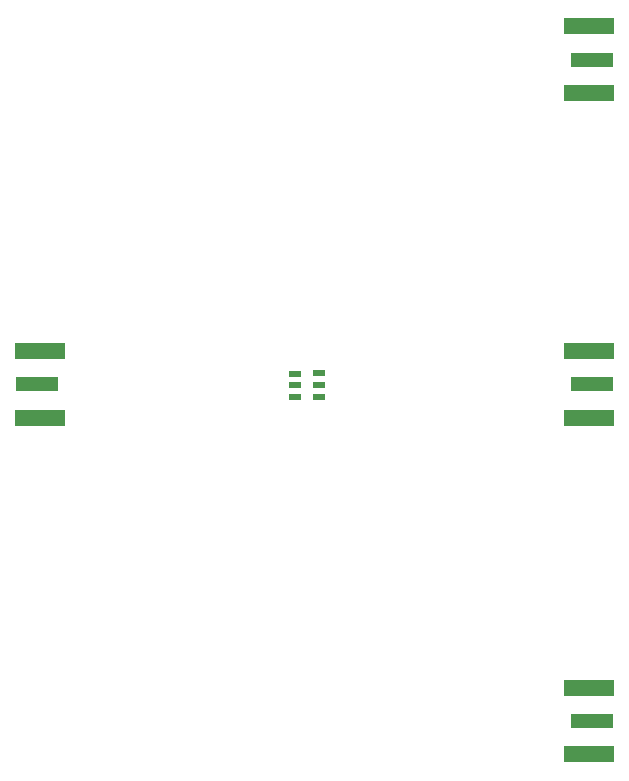
<source format=gbr>
%TF.GenerationSoftware,KiCad,Pcbnew,(5.1.6)-1*%
%TF.CreationDate,2020-10-09T05:29:33-04:00*%
%TF.ProjectId,RFID_PROJECT_3-WAY-SPLITTER,52464944-5f50-4524-9f4a-4543545f332d,B*%
%TF.SameCoordinates,Original*%
%TF.FileFunction,Paste,Top*%
%TF.FilePolarity,Positive*%
%FSLAX46Y46*%
G04 Gerber Fmt 4.6, Leading zero omitted, Abs format (unit mm)*
G04 Created by KiCad (PCBNEW (5.1.6)-1) date 2020-10-09 05:29:33*
%MOMM*%
%LPD*%
G01*
G04 APERTURE LIST*
%ADD10R,1.070000X0.600000*%
%ADD11R,4.200000X1.350000*%
%ADD12R,3.600000X1.270000*%
G04 APERTURE END LIST*
D10*
%TO.C,U1*%
X148177501Y-81070000D03*
X146127501Y-81080000D03*
X148177501Y-82060000D03*
X146127501Y-82070000D03*
X148177501Y-83050000D03*
X146127501Y-83060000D03*
%TD*%
D11*
%TO.C,J1*%
X124500000Y-79175000D03*
X124500000Y-84825000D03*
D12*
X124300000Y-82000000D03*
%TD*%
%TO.C,J2*%
X171230001Y-54500000D03*
D11*
X171030001Y-51675000D03*
X171030001Y-57325000D03*
%TD*%
%TO.C,J3*%
X171030001Y-84825000D03*
X171030001Y-79175000D03*
D12*
X171230001Y-82000000D03*
%TD*%
%TO.C,J4*%
X171230001Y-110500000D03*
D11*
X171030001Y-107675000D03*
X171030001Y-113325000D03*
%TD*%
M02*

</source>
